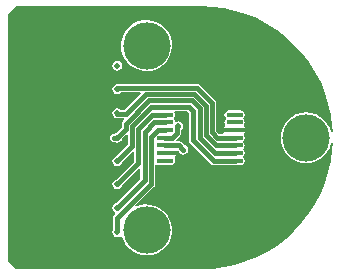
<source format=gtl>
G04 Layer_Physical_Order=1*
G04 Layer_Color=255*
%FSLAX25Y25*%
%MOIN*%
G70*
G01*
G75*
%ADD10O,0.05512X0.01575*%
%ADD11C,0.01500*%
%ADD12C,0.15748*%
%ADD13C,0.02000*%
G36*
X376825Y298725D02*
X380622Y298225D01*
X384360Y297396D01*
X388012Y296245D01*
X391549Y294779D01*
X394946Y293011D01*
X398175Y290954D01*
X401213Y288623D01*
X404036Y286036D01*
X406623Y283213D01*
X408954Y280175D01*
X411011Y276946D01*
X412780Y273550D01*
X414245Y270012D01*
X415396Y266360D01*
X416225Y262622D01*
X416725Y258825D01*
X416810Y256872D01*
X416313Y256787D01*
X415867Y258259D01*
X415080Y259731D01*
X414021Y261021D01*
X412731Y262080D01*
X411259Y262867D01*
X409661Y263351D01*
X408000Y263515D01*
X406339Y263351D01*
X404741Y262867D01*
X403269Y262080D01*
X401979Y261021D01*
X400920Y259731D01*
X400133Y258259D01*
X399649Y256661D01*
X399485Y255000D01*
X399649Y253339D01*
X400133Y251741D01*
X400920Y250269D01*
X401979Y248979D01*
X403269Y247920D01*
X404741Y247133D01*
X406339Y246649D01*
X408000Y246485D01*
X409661Y246649D01*
X411259Y247133D01*
X412731Y247920D01*
X414021Y248979D01*
X415080Y250269D01*
X415867Y251741D01*
X416313Y253213D01*
X416810Y253128D01*
X416725Y251175D01*
X416225Y247378D01*
X415396Y243640D01*
X414245Y239988D01*
X412780Y236451D01*
X411011Y233054D01*
X408954Y229825D01*
X406623Y226787D01*
X404036Y223964D01*
X401213Y221377D01*
X398175Y219046D01*
X394946Y216989D01*
X391549Y215220D01*
X388012Y213755D01*
X384360Y212604D01*
X380622Y211775D01*
X376825Y211275D01*
X373055Y211111D01*
X373000Y211122D01*
X311379D01*
X308622Y213878D01*
Y296122D01*
X311376Y298876D01*
X372020D01*
X372516Y298871D01*
Y298871D01*
X373000Y298892D01*
X376825Y298725D01*
D02*
G37*
%LPC*%
G36*
X371583Y273026D02*
X345450D01*
X344923Y272922D01*
X344698Y272771D01*
X344376Y272707D01*
X343847Y272354D01*
X343493Y271824D01*
X343369Y271200D01*
X343493Y270576D01*
X343847Y270046D01*
X344376Y269693D01*
X345000Y269569D01*
X345624Y269693D01*
X346153Y270046D01*
X346305Y270274D01*
X352674D01*
X352865Y269812D01*
X347430Y264376D01*
X346119D01*
X345624Y264707D01*
X345000Y264831D01*
X344376Y264707D01*
X343847Y264353D01*
X343493Y263824D01*
X343369Y263200D01*
X343493Y262576D01*
X343847Y262047D01*
X344376Y261693D01*
X345000Y261569D01*
X345276Y261624D01*
X347084D01*
X347275Y261162D01*
X346827Y260713D01*
X346528Y260266D01*
X346424Y259740D01*
Y258370D01*
X344606Y256553D01*
X344376Y256507D01*
X344180Y256377D01*
X344000D01*
X343473Y256272D01*
X343027Y255973D01*
X342728Y255527D01*
X342623Y255000D01*
X342728Y254473D01*
X343027Y254027D01*
X343473Y253728D01*
X344000Y253624D01*
X344180D01*
X344376Y253493D01*
X345000Y253369D01*
X345624Y253493D01*
X346153Y253847D01*
X346507Y254376D01*
X346553Y254607D01*
X348062Y256115D01*
X348523Y255924D01*
Y252670D01*
X344606Y248753D01*
X344376Y248707D01*
X343847Y248354D01*
X343493Y247824D01*
X343369Y247200D01*
X343493Y246576D01*
X343847Y246046D01*
X344376Y245693D01*
X345000Y245569D01*
X345624Y245693D01*
X346153Y246046D01*
X346507Y246576D01*
X346553Y246807D01*
X350162Y250415D01*
X350623Y250224D01*
Y247070D01*
X344606Y241053D01*
X344376Y241007D01*
X343847Y240653D01*
X343493Y240124D01*
X343369Y239500D01*
X343493Y238876D01*
X343847Y238347D01*
X344376Y237993D01*
X345000Y237869D01*
X345624Y237993D01*
X346153Y238347D01*
X346507Y238876D01*
X346553Y239106D01*
X352262Y244815D01*
X352724Y244624D01*
Y241370D01*
X344606Y233253D01*
X344376Y233207D01*
X343847Y232854D01*
X343493Y232324D01*
X343369Y231700D01*
X343493Y231076D01*
X343847Y230546D01*
X344248Y230278D01*
X344395Y229718D01*
X344027Y229350D01*
X343728Y228903D01*
X343623Y228377D01*
Y224320D01*
X343493Y224124D01*
X343369Y223500D01*
X343493Y222876D01*
X343847Y222346D01*
X344376Y221993D01*
X345000Y221869D01*
X345624Y221993D01*
X345988Y222236D01*
X346523Y222067D01*
X346525Y222052D01*
X347113Y220490D01*
X347995Y219073D01*
X349136Y217854D01*
X350493Y216882D01*
X352013Y216193D01*
X353639Y215814D01*
X355307Y215759D01*
X356954Y216031D01*
X358516Y216619D01*
X359934Y217501D01*
X361152Y218642D01*
X362124Y219999D01*
X362813Y221519D01*
X363192Y223145D01*
X363247Y224813D01*
X362975Y226460D01*
X362387Y228022D01*
X361505Y229440D01*
X360364Y230658D01*
X359008Y231630D01*
X357487Y232319D01*
X355861Y232698D01*
X354193Y232753D01*
X352546Y232481D01*
X351283Y232005D01*
X351005Y232435D01*
X357173Y238603D01*
X357472Y239050D01*
X357576Y239577D01*
Y245995D01*
X357588Y246006D01*
X358077Y246216D01*
X358376Y246016D01*
X358917Y245908D01*
X362854D01*
X363396Y246016D01*
X363855Y246323D01*
X364161Y246781D01*
X364269Y247323D01*
X364161Y247864D01*
X364097Y247961D01*
X364143Y248593D01*
X364503Y249132D01*
X360886D01*
Y250632D01*
X364786D01*
X364893Y250796D01*
X364956Y250837D01*
X365189Y250865D01*
X365447Y250606D01*
X365493Y250376D01*
X365846Y249847D01*
X366376Y249493D01*
X367000Y249369D01*
X367624Y249493D01*
X368154Y249847D01*
X368507Y250376D01*
X368631Y251000D01*
X368507Y251624D01*
X368154Y252153D01*
X367624Y252507D01*
X367393Y252553D01*
X366532Y253414D01*
X366086Y253713D01*
X365559Y253817D01*
X364789D01*
X364582Y254317D01*
X365965Y255700D01*
X365965Y255700D01*
X366263Y256147D01*
X366368Y256674D01*
Y257523D01*
X366553Y257646D01*
X366907Y258176D01*
X367031Y258800D01*
X366907Y259424D01*
X366553Y259953D01*
X366024Y260307D01*
X365400Y260431D01*
X364776Y260307D01*
X364745Y260287D01*
X364190Y260517D01*
X364161Y260660D01*
X363855Y261118D01*
X363811Y261148D01*
Y261648D01*
X363855Y261677D01*
X364161Y262136D01*
X364269Y262677D01*
X364161Y263218D01*
X363991Y263474D01*
X364243Y263974D01*
X368403D01*
X368973Y263403D01*
Y254150D01*
X369078Y253623D01*
X369377Y253177D01*
X376204Y246350D01*
X376650Y246051D01*
X377177Y245946D01*
X381954D01*
X382146Y245908D01*
X386083D01*
X386624Y246016D01*
X387083Y246323D01*
X387390Y246781D01*
X387497Y247323D01*
X387390Y247864D01*
X387103Y248293D01*
X387039Y248436D01*
Y248768D01*
X387103Y248911D01*
X387390Y249341D01*
X387497Y249882D01*
X387390Y250423D01*
X387083Y250882D01*
X387039Y250911D01*
Y251411D01*
X387083Y251441D01*
X387390Y251900D01*
X387497Y252441D01*
X387390Y252982D01*
X387103Y253412D01*
X387039Y253554D01*
Y253887D01*
X387103Y254029D01*
X387390Y254459D01*
X387497Y255000D01*
X387390Y255541D01*
X387325Y255638D01*
X387371Y256270D01*
X387731Y256809D01*
X384114D01*
X380469D01*
X380472Y256787D01*
X380193Y256377D01*
X378980D01*
X378026Y257330D01*
Y266583D01*
X377922Y267110D01*
X377623Y267556D01*
X377623Y267556D01*
X372556Y272623D01*
X372110Y272922D01*
X371583Y273026D01*
D02*
G37*
G36*
X386083Y264092D02*
X382146D01*
X381604Y263984D01*
X381145Y263677D01*
X380839Y263218D01*
X380731Y262677D01*
X380839Y262136D01*
X381145Y261677D01*
X381189Y261648D01*
Y261148D01*
X381145Y261118D01*
X380839Y260660D01*
X380731Y260118D01*
X380839Y259577D01*
X380903Y259480D01*
X380857Y258848D01*
X380497Y258309D01*
X384114D01*
X387731D01*
X387371Y258848D01*
X387325Y259480D01*
X387390Y259577D01*
X387497Y260118D01*
X387390Y260660D01*
X387083Y261118D01*
X387039Y261148D01*
Y261648D01*
X387083Y261677D01*
X387390Y262136D01*
X387497Y262677D01*
X387390Y263218D01*
X387083Y263677D01*
X386624Y263984D01*
X386083Y264092D01*
D02*
G37*
G36*
X345000Y280631D02*
X344376Y280507D01*
X343847Y280153D01*
X343493Y279624D01*
X343369Y279000D01*
X343493Y278376D01*
X343847Y277847D01*
X344376Y277493D01*
X345000Y277369D01*
X345624Y277493D01*
X346153Y277847D01*
X346507Y278376D01*
X346631Y279000D01*
X346507Y279624D01*
X346153Y280153D01*
X345624Y280507D01*
X345000Y280631D01*
D02*
G37*
G36*
X355307Y294241D02*
X353639Y294186D01*
X352013Y293807D01*
X350493Y293118D01*
X349136Y292146D01*
X347995Y290928D01*
X347113Y289510D01*
X346525Y287948D01*
X346253Y286301D01*
X346308Y284632D01*
X346687Y283007D01*
X347376Y281486D01*
X348348Y280130D01*
X349566Y278989D01*
X350984Y278107D01*
X352546Y277519D01*
X354193Y277247D01*
X355861Y277302D01*
X357487Y277681D01*
X359008Y278370D01*
X360364Y279342D01*
X361505Y280560D01*
X362387Y281978D01*
X362975Y283540D01*
X363247Y285187D01*
X363192Y286855D01*
X362813Y288481D01*
X362124Y290001D01*
X361152Y291358D01*
X359934Y292499D01*
X358516Y293381D01*
X356954Y293969D01*
X355307Y294241D01*
D02*
G37*
%LPD*%
D10*
X384114Y247323D02*
D03*
Y249882D02*
D03*
Y252441D02*
D03*
Y255000D02*
D03*
Y257559D02*
D03*
Y260118D02*
D03*
Y262677D02*
D03*
X360886Y247323D02*
D03*
Y249882D02*
D03*
Y252441D02*
D03*
Y255000D02*
D03*
Y257559D02*
D03*
Y260118D02*
D03*
Y262677D02*
D03*
D11*
X365559Y252441D02*
X367000Y251000D01*
X360886Y252441D02*
X365559D01*
X345000Y263000D02*
X348000D01*
X345000Y271200D02*
X345450Y271650D01*
X371583D01*
X348000Y263000D02*
X354550Y269550D01*
X345000Y255000D02*
X347800Y257800D01*
X344000Y255000D02*
X345000D01*
X355510Y267450D02*
X369843D01*
X347800Y259740D02*
X355510Y267450D01*
X347800Y257800D02*
Y259740D01*
X345000Y247200D02*
X349900Y252100D01*
Y258870D01*
X352000Y246500D02*
Y258000D01*
X345000Y239500D02*
X352000Y246500D01*
X354100Y240800D02*
Y257000D01*
X345000Y231700D02*
X354100Y240800D01*
X356200Y239577D02*
Y255305D01*
X345000Y228377D02*
X356200Y239577D01*
X345000Y224000D02*
Y228377D01*
X356677Y262677D02*
X360886D01*
X357218Y260118D02*
X360886D01*
X352000Y258000D02*
X356677Y262677D01*
X354100Y257000D02*
X357218Y260118D01*
X349900Y258870D02*
X356380Y265350D01*
X356200Y255305D02*
X358454Y257559D01*
X360886D01*
X354550Y269550D02*
X370713D01*
X356380Y265350D02*
X368973D01*
X371583Y271650D02*
X376650Y266583D01*
X370713Y269550D02*
X374550Y265713D01*
X369843Y267450D02*
X372450Y264843D01*
X368973Y265350D02*
X370350Y263973D01*
X364992Y258392D02*
X365400Y258800D01*
X364992Y256674D02*
Y258392D01*
X363318Y255000D02*
X364992Y256674D01*
X360886Y255000D02*
X363318D01*
X370350Y254150D02*
Y263973D01*
Y254150D02*
X377177Y247323D01*
X384114D01*
X372450Y255020D02*
Y264843D01*
Y255020D02*
X377588Y249882D01*
X384114D01*
X374550Y255890D02*
Y265713D01*
Y255890D02*
X377999Y252441D01*
X384114D01*
X376650Y256760D02*
Y266583D01*
Y256760D02*
X378410Y255000D01*
X384114D01*
D12*
X408000D02*
D03*
X354750Y285744D02*
D03*
Y224256D02*
D03*
D13*
X367000Y251000D02*
D03*
X345000Y287000D02*
D03*
Y279000D02*
D03*
Y271200D02*
D03*
Y255000D02*
D03*
Y223500D02*
D03*
Y231700D02*
D03*
Y239500D02*
D03*
Y247200D02*
D03*
Y263200D02*
D03*
X365400Y258800D02*
D03*
X328000Y296000D02*
D03*
X332000D02*
D03*
X336000D02*
D03*
X340000D02*
D03*
X344000D02*
D03*
X348000D02*
D03*
X352000D02*
D03*
X356000D02*
D03*
X360000D02*
D03*
X364000D02*
D03*
X368000D02*
D03*
X324000D02*
D03*
Y214000D02*
D03*
X368000D02*
D03*
X364000D02*
D03*
X360000D02*
D03*
X356000D02*
D03*
X352000D02*
D03*
X348000D02*
D03*
X344000D02*
D03*
X340000D02*
D03*
X336000D02*
D03*
X332000D02*
D03*
X328000D02*
D03*
X312000Y292500D02*
D03*
X316000D02*
D03*
X320000D02*
D03*
X324000D02*
D03*
X344000D02*
D03*
X340000D02*
D03*
X336000D02*
D03*
X332000D02*
D03*
X328000D02*
D03*
X312000Y217500D02*
D03*
X316000D02*
D03*
X320000D02*
D03*
X324000D02*
D03*
X344000D02*
D03*
X340000D02*
D03*
X336000D02*
D03*
X332000D02*
D03*
X328000D02*
D03*
X367000Y255000D02*
D03*
Y263000D02*
D03*
Y247000D02*
D03*
X379500Y259000D02*
D03*
X368000Y218000D02*
D03*
X364000D02*
D03*
X372000D02*
D03*
Y214000D02*
D03*
Y222000D02*
D03*
X368000D02*
D03*
Y292000D02*
D03*
X364000D02*
D03*
X372000D02*
D03*
Y296000D02*
D03*
Y288000D02*
D03*
X368000D02*
D03*
M02*

</source>
